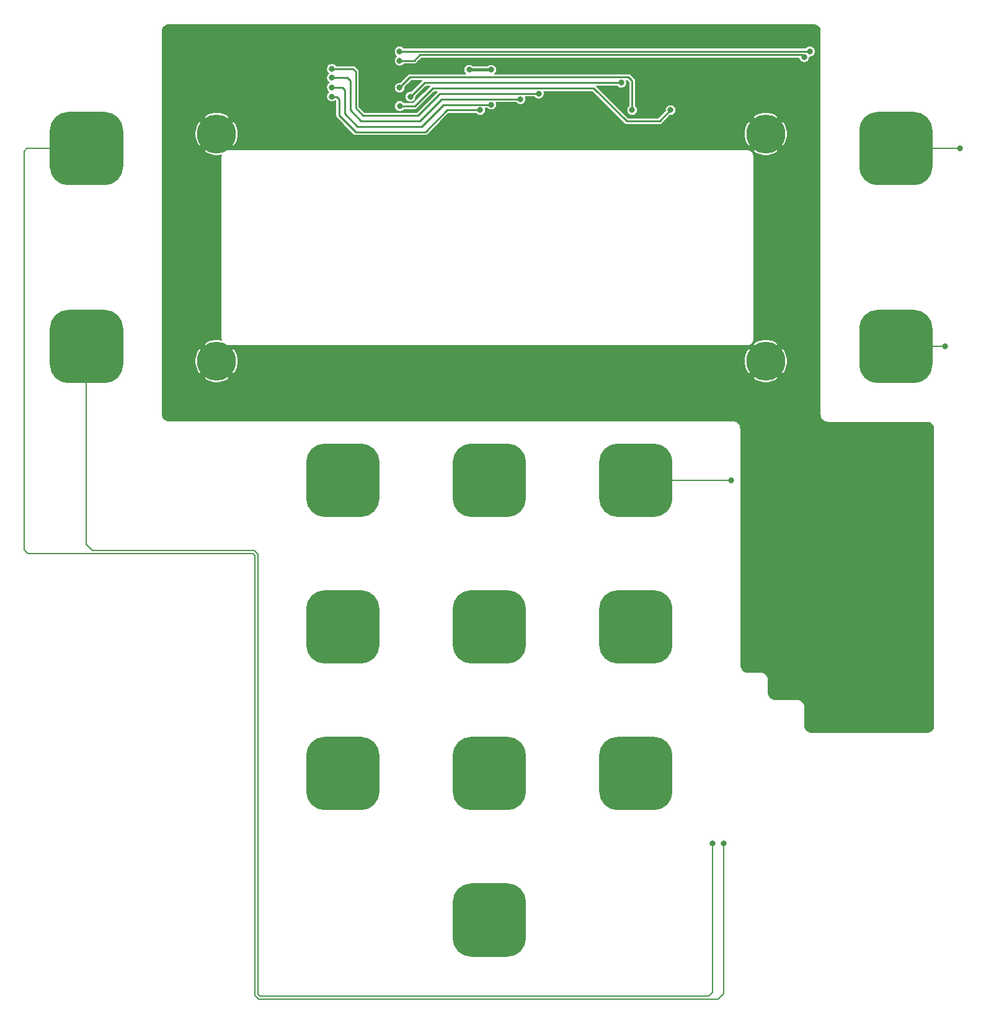
<source format=gbr>
G04 #@! TF.GenerationSoftware,KiCad,Pcbnew,(5.1.6)-1*
G04 #@! TF.CreationDate,2020-10-27T15:14:38-03:00*
G04 #@! TF.ProjectId,PanelFrontal,50616e65-6c46-4726-9f6e-74616c2e6b69,v1.0*
G04 #@! TF.SameCoordinates,Original*
G04 #@! TF.FileFunction,Copper,L2,Bot*
G04 #@! TF.FilePolarity,Positive*
%FSLAX46Y46*%
G04 Gerber Fmt 4.6, Leading zero omitted, Abs format (unit mm)*
G04 Created by KiCad (PCBNEW (5.1.6)-1) date 2020-10-27 15:14:38*
%MOMM*%
%LPD*%
G01*
G04 APERTURE LIST*
G04 #@! TA.AperFunction,ComponentPad*
%ADD10C,5.300000*%
G04 #@! TD*
G04 #@! TA.AperFunction,ViaPad*
%ADD11C,0.800000*%
G04 #@! TD*
G04 #@! TA.AperFunction,Conductor*
%ADD12C,0.400000*%
G04 #@! TD*
G04 #@! TA.AperFunction,Conductor*
%ADD13C,0.250000*%
G04 #@! TD*
G04 #@! TA.AperFunction,Conductor*
%ADD14C,0.200000*%
G04 #@! TD*
G04 APERTURE END LIST*
G04 #@! TA.AperFunction,Conductor*
G36*
G01*
X214500000Y-110250000D02*
X214500000Y-105250000D01*
G75*
G02*
X217000000Y-102750000I2500000J0D01*
G01*
X222000000Y-102750000D01*
G75*
G02*
X224500000Y-105250000I0J-2500000D01*
G01*
X224500000Y-110250000D01*
G75*
G02*
X222000000Y-112750000I-2500000J0D01*
G01*
X217000000Y-112750000D01*
G75*
G02*
X214500000Y-110250000I0J2500000D01*
G01*
G37*
G04 #@! TD.AperFunction*
G04 #@! TA.AperFunction,Conductor*
G36*
G01*
X214500000Y-83250000D02*
X214500000Y-78250000D01*
G75*
G02*
X217000000Y-75750000I2500000J0D01*
G01*
X222000000Y-75750000D01*
G75*
G02*
X224500000Y-78250000I0J-2500000D01*
G01*
X224500000Y-83250000D01*
G75*
G02*
X222000000Y-85750000I-2500000J0D01*
G01*
X217000000Y-85750000D01*
G75*
G02*
X214500000Y-83250000I0J2500000D01*
G01*
G37*
G04 #@! TD.AperFunction*
G04 #@! TA.AperFunction,Conductor*
G36*
G01*
X104000000Y-110250000D02*
X104000000Y-105250000D01*
G75*
G02*
X106500000Y-102750000I2500000J0D01*
G01*
X111500000Y-102750000D01*
G75*
G02*
X114000000Y-105250000I0J-2500000D01*
G01*
X114000000Y-110250000D01*
G75*
G02*
X111500000Y-112750000I-2500000J0D01*
G01*
X106500000Y-112750000D01*
G75*
G02*
X104000000Y-110250000I0J2500000D01*
G01*
G37*
G04 #@! TD.AperFunction*
G04 #@! TA.AperFunction,Conductor*
G36*
G01*
X104000000Y-83250000D02*
X104000000Y-78250000D01*
G75*
G02*
X106500000Y-75750000I2500000J0D01*
G01*
X111500000Y-75750000D01*
G75*
G02*
X114000000Y-78250000I0J-2500000D01*
G01*
X114000000Y-83250000D01*
G75*
G02*
X111500000Y-85750000I-2500000J0D01*
G01*
X106500000Y-85750000D01*
G75*
G02*
X104000000Y-83250000I0J2500000D01*
G01*
G37*
G04 #@! TD.AperFunction*
G04 #@! TA.AperFunction,Conductor*
G36*
G01*
X159000000Y-188500000D02*
X159000000Y-183500000D01*
G75*
G02*
X161500000Y-181000000I2500000J0D01*
G01*
X166500000Y-181000000D01*
G75*
G02*
X169000000Y-183500000I0J-2500000D01*
G01*
X169000000Y-188500000D01*
G75*
G02*
X166500000Y-191000000I-2500000J0D01*
G01*
X161500000Y-191000000D01*
G75*
G02*
X159000000Y-188500000I0J2500000D01*
G01*
G37*
G04 #@! TD.AperFunction*
G04 #@! TA.AperFunction,Conductor*
G36*
G01*
X139000000Y-168500000D02*
X139000000Y-163500000D01*
G75*
G02*
X141500000Y-161000000I2500000J0D01*
G01*
X146500000Y-161000000D01*
G75*
G02*
X149000000Y-163500000I0J-2500000D01*
G01*
X149000000Y-168500000D01*
G75*
G02*
X146500000Y-171000000I-2500000J0D01*
G01*
X141500000Y-171000000D01*
G75*
G02*
X139000000Y-168500000I0J2500000D01*
G01*
G37*
G04 #@! TD.AperFunction*
G04 #@! TA.AperFunction,Conductor*
G36*
G01*
X159000000Y-168500000D02*
X159000000Y-163500000D01*
G75*
G02*
X161500000Y-161000000I2500000J0D01*
G01*
X166500000Y-161000000D01*
G75*
G02*
X169000000Y-163500000I0J-2500000D01*
G01*
X169000000Y-168500000D01*
G75*
G02*
X166500000Y-171000000I-2500000J0D01*
G01*
X161500000Y-171000000D01*
G75*
G02*
X159000000Y-168500000I0J2500000D01*
G01*
G37*
G04 #@! TD.AperFunction*
G04 #@! TA.AperFunction,Conductor*
G36*
G01*
X179000000Y-168500000D02*
X179000000Y-163500000D01*
G75*
G02*
X181500000Y-161000000I2500000J0D01*
G01*
X186500000Y-161000000D01*
G75*
G02*
X189000000Y-163500000I0J-2500000D01*
G01*
X189000000Y-168500000D01*
G75*
G02*
X186500000Y-171000000I-2500000J0D01*
G01*
X181500000Y-171000000D01*
G75*
G02*
X179000000Y-168500000I0J2500000D01*
G01*
G37*
G04 #@! TD.AperFunction*
G04 #@! TA.AperFunction,Conductor*
G36*
G01*
X139000000Y-148500000D02*
X139000000Y-143500000D01*
G75*
G02*
X141500000Y-141000000I2500000J0D01*
G01*
X146500000Y-141000000D01*
G75*
G02*
X149000000Y-143500000I0J-2500000D01*
G01*
X149000000Y-148500000D01*
G75*
G02*
X146500000Y-151000000I-2500000J0D01*
G01*
X141500000Y-151000000D01*
G75*
G02*
X139000000Y-148500000I0J2500000D01*
G01*
G37*
G04 #@! TD.AperFunction*
G04 #@! TA.AperFunction,Conductor*
G36*
G01*
X159000000Y-148500000D02*
X159000000Y-143500000D01*
G75*
G02*
X161500000Y-141000000I2500000J0D01*
G01*
X166500000Y-141000000D01*
G75*
G02*
X169000000Y-143500000I0J-2500000D01*
G01*
X169000000Y-148500000D01*
G75*
G02*
X166500000Y-151000000I-2500000J0D01*
G01*
X161500000Y-151000000D01*
G75*
G02*
X159000000Y-148500000I0J2500000D01*
G01*
G37*
G04 #@! TD.AperFunction*
G04 #@! TA.AperFunction,Conductor*
G36*
G01*
X179000000Y-148500000D02*
X179000000Y-143500000D01*
G75*
G02*
X181500000Y-141000000I2500000J0D01*
G01*
X186500000Y-141000000D01*
G75*
G02*
X189000000Y-143500000I0J-2500000D01*
G01*
X189000000Y-148500000D01*
G75*
G02*
X186500000Y-151000000I-2500000J0D01*
G01*
X181500000Y-151000000D01*
G75*
G02*
X179000000Y-148500000I0J2500000D01*
G01*
G37*
G04 #@! TD.AperFunction*
G04 #@! TA.AperFunction,Conductor*
G36*
G01*
X139000000Y-128500000D02*
X139000000Y-123500000D01*
G75*
G02*
X141500000Y-121000000I2500000J0D01*
G01*
X146500000Y-121000000D01*
G75*
G02*
X149000000Y-123500000I0J-2500000D01*
G01*
X149000000Y-128500000D01*
G75*
G02*
X146500000Y-131000000I-2500000J0D01*
G01*
X141500000Y-131000000D01*
G75*
G02*
X139000000Y-128500000I0J2500000D01*
G01*
G37*
G04 #@! TD.AperFunction*
G04 #@! TA.AperFunction,Conductor*
G36*
G01*
X159000000Y-128500000D02*
X159000000Y-123500000D01*
G75*
G02*
X161500000Y-121000000I2500000J0D01*
G01*
X166500000Y-121000000D01*
G75*
G02*
X169000000Y-123500000I0J-2500000D01*
G01*
X169000000Y-128500000D01*
G75*
G02*
X166500000Y-131000000I-2500000J0D01*
G01*
X161500000Y-131000000D01*
G75*
G02*
X159000000Y-128500000I0J2500000D01*
G01*
G37*
G04 #@! TD.AperFunction*
G04 #@! TA.AperFunction,Conductor*
G36*
G01*
X179000000Y-128500000D02*
X179000000Y-123500000D01*
G75*
G02*
X181500000Y-121000000I2500000J0D01*
G01*
X186500000Y-121000000D01*
G75*
G02*
X189000000Y-123500000I0J-2500000D01*
G01*
X189000000Y-128500000D01*
G75*
G02*
X186500000Y-131000000I-2500000J0D01*
G01*
X181500000Y-131000000D01*
G75*
G02*
X179000000Y-128500000I0J2500000D01*
G01*
G37*
G04 #@! TD.AperFunction*
D10*
X201750000Y-109750000D03*
X201750000Y-78750000D03*
X126750000Y-109750000D03*
X126750000Y-78750000D03*
D11*
X216750000Y-145250000D03*
X201800000Y-127800000D03*
X161250000Y-70000000D03*
X164250000Y-70000000D03*
X162750000Y-75500000D03*
X142500000Y-73650000D03*
X168250000Y-74000000D03*
X142500000Y-71100000D03*
X183500000Y-75500000D03*
X151750000Y-72450000D03*
X188750000Y-75500000D03*
X151775000Y-74950000D03*
X142500000Y-72400000D03*
X164250000Y-74750000D03*
X170750000Y-73250000D03*
X142500000Y-69900000D03*
X182000000Y-71750000D03*
X153225000Y-73675002D03*
X151750000Y-68750000D03*
X206999990Y-68250000D03*
X151750000Y-67500000D03*
X207750000Y-67500000D03*
X164000000Y-186000000D03*
X197000000Y-126000000D03*
X164000000Y-126000000D03*
X144000000Y-126000000D03*
X184000000Y-146000000D03*
X164000000Y-146000000D03*
X144000000Y-146000000D03*
X184000000Y-166000000D03*
X164000000Y-166000000D03*
X144000000Y-166000000D03*
X228250000Y-80750000D03*
X226250000Y-107750000D03*
X194500000Y-175500000D03*
X196000000Y-175500000D03*
D12*
X161250000Y-70000000D02*
X164250000Y-70000000D01*
D13*
X145750000Y-78500000D02*
X143500000Y-76250000D01*
X162750000Y-75500000D02*
X158250000Y-75500000D01*
X155250000Y-78500000D02*
X145750000Y-78500000D01*
X143500000Y-74000000D02*
X143150000Y-73650000D01*
X158250000Y-75500000D02*
X155250000Y-78500000D01*
X143500000Y-76250000D02*
X143500000Y-74000000D01*
X143150000Y-73650000D02*
X142500000Y-73650000D01*
X146500000Y-77000000D02*
X145000000Y-75500000D01*
X157500000Y-74000000D02*
X154500000Y-77000000D01*
X154500000Y-77000000D02*
X146500000Y-77000000D01*
X145000000Y-75500000D02*
X145000000Y-71500000D01*
X168250000Y-74000000D02*
X157500000Y-74000000D01*
X145000000Y-71500000D02*
X144600000Y-71100000D01*
X144600000Y-71100000D02*
X142500000Y-71100000D01*
X183500000Y-71500000D02*
X183500000Y-75500000D01*
X151750000Y-72450000D02*
X153200000Y-71000000D01*
X183000000Y-71000000D02*
X183500000Y-71500000D01*
X153200000Y-71000000D02*
X183000000Y-71000000D01*
X178250000Y-72500000D02*
X156250000Y-72500000D01*
X182750000Y-77000000D02*
X178250000Y-72500000D01*
X188750000Y-75500000D02*
X187250000Y-77000000D01*
X156250000Y-72500000D02*
X153800000Y-74950000D01*
X187250000Y-77000000D02*
X182750000Y-77000000D01*
X152340685Y-74950000D02*
X151775000Y-74950000D01*
X153800000Y-74950000D02*
X152340685Y-74950000D01*
X157750000Y-74750000D02*
X154750000Y-77750000D01*
X154750000Y-77750000D02*
X146000000Y-77750000D01*
X144250000Y-76000000D02*
X144250000Y-72750000D01*
X164250000Y-74750000D02*
X157750000Y-74750000D01*
X146000000Y-77750000D02*
X144250000Y-76000000D01*
X144250000Y-72750000D02*
X143900000Y-72400000D01*
X143900000Y-72400000D02*
X142500000Y-72400000D01*
X170750000Y-73250000D02*
X157250000Y-73250000D01*
X154250000Y-76250000D02*
X146750000Y-76250000D01*
X145750000Y-70250000D02*
X145400000Y-69900000D01*
X157250000Y-73250000D02*
X154250000Y-76250000D01*
X146750000Y-76250000D02*
X145750000Y-75250000D01*
X145750000Y-75250000D02*
X145750000Y-70250000D01*
X145400000Y-69900000D02*
X142500000Y-69900000D01*
X155150002Y-71750000D02*
X153225000Y-73675002D01*
X182000000Y-71750000D02*
X155150002Y-71750000D01*
X206700000Y-67950010D02*
X206999990Y-68250000D01*
X154549990Y-67950010D02*
X206700000Y-67950010D01*
X151750000Y-68750000D02*
X153750000Y-68750000D01*
X153750000Y-68750000D02*
X154549990Y-67950010D01*
X151750000Y-67500000D02*
X207750000Y-67500000D01*
D14*
X197000000Y-126000000D02*
X184000000Y-126000000D01*
X228250000Y-80750000D02*
X219500000Y-80750000D01*
X226250000Y-107750000D02*
X219500000Y-107750000D01*
X131915689Y-135599990D02*
X109849990Y-135599990D01*
X194500000Y-175500000D02*
X194500000Y-195849990D01*
X194000000Y-196349990D02*
X132665688Y-196349990D01*
X109000000Y-134750000D02*
X109000000Y-107750000D01*
X132400010Y-136084311D02*
X131915689Y-135599990D01*
X194500000Y-195849990D02*
X194000000Y-196349990D01*
X132665688Y-196349990D02*
X132400010Y-196084312D01*
X109849990Y-135599990D02*
X109000000Y-134750000D01*
X132400010Y-196084312D02*
X132400010Y-136084311D01*
X100500000Y-135500000D02*
X100500000Y-81125000D01*
X101000000Y-136000000D02*
X100500000Y-135500000D01*
X100500000Y-81125000D02*
X100875000Y-80750000D01*
X131750000Y-136000000D02*
X101000000Y-136000000D01*
X100875000Y-80750000D02*
X109000000Y-80750000D01*
X195250000Y-196750000D02*
X132500000Y-196750000D01*
X132500000Y-196750000D02*
X132000000Y-196250000D01*
X132000000Y-196250000D02*
X132000000Y-136250000D01*
X196000000Y-196000000D02*
X195250000Y-196750000D01*
X196000000Y-175500000D02*
X196000000Y-196000000D01*
X132000000Y-136250000D02*
X131750000Y-136000000D01*
G36*
X208425485Y-63867768D02*
G01*
X208594229Y-63918955D01*
X208749745Y-64002080D01*
X208886054Y-64113946D01*
X208997920Y-64250255D01*
X209081045Y-64405771D01*
X209132232Y-64574515D01*
X209150000Y-64754908D01*
X209150000Y-117000000D01*
X209150482Y-117009802D01*
X209169697Y-117204892D01*
X209173521Y-117224118D01*
X209230426Y-117411711D01*
X209237928Y-117429823D01*
X209330338Y-117602710D01*
X209341229Y-117619009D01*
X209465592Y-117770546D01*
X209479454Y-117784408D01*
X209630991Y-117908771D01*
X209647290Y-117919662D01*
X209820177Y-118012072D01*
X209838289Y-118019574D01*
X210025882Y-118076479D01*
X210045108Y-118080303D01*
X210240198Y-118099518D01*
X210250000Y-118100000D01*
X223745092Y-118100000D01*
X223925485Y-118117768D01*
X224094229Y-118168955D01*
X224249745Y-118252080D01*
X224386054Y-118363946D01*
X224497920Y-118500255D01*
X224581045Y-118655771D01*
X224632232Y-118824515D01*
X224650000Y-119004908D01*
X224650000Y-159495092D01*
X224632232Y-159675485D01*
X224581045Y-159844229D01*
X224497920Y-159999745D01*
X224386054Y-160136054D01*
X224249745Y-160247920D01*
X224094229Y-160331045D01*
X223925485Y-160382232D01*
X223745092Y-160400000D01*
X208004908Y-160400000D01*
X207824515Y-160382232D01*
X207655771Y-160331045D01*
X207500255Y-160247920D01*
X207363946Y-160136054D01*
X207252080Y-159999745D01*
X207168955Y-159844229D01*
X207117768Y-159675485D01*
X207100000Y-159495092D01*
X207100000Y-157000000D01*
X207099518Y-156990198D01*
X207080303Y-156795108D01*
X207076479Y-156775882D01*
X207019574Y-156588289D01*
X207012072Y-156570177D01*
X206919662Y-156397290D01*
X206908771Y-156380991D01*
X206784408Y-156229454D01*
X206770546Y-156215592D01*
X206619009Y-156091229D01*
X206602710Y-156080338D01*
X206429823Y-155987928D01*
X206411711Y-155980426D01*
X206224118Y-155923521D01*
X206204892Y-155919697D01*
X206009802Y-155900482D01*
X206000000Y-155900000D01*
X203004908Y-155900000D01*
X202824515Y-155882232D01*
X202655771Y-155831045D01*
X202500255Y-155747920D01*
X202363946Y-155636054D01*
X202252080Y-155499745D01*
X202168955Y-155344229D01*
X202117768Y-155175485D01*
X202100000Y-154995092D01*
X202100000Y-153250000D01*
X202099518Y-153240198D01*
X202080303Y-153045108D01*
X202076479Y-153025882D01*
X202019574Y-152838289D01*
X202012072Y-152820177D01*
X201919662Y-152647290D01*
X201908771Y-152630991D01*
X201784408Y-152479454D01*
X201770546Y-152465592D01*
X201619009Y-152341229D01*
X201602710Y-152330338D01*
X201429823Y-152237928D01*
X201411711Y-152230426D01*
X201224118Y-152173521D01*
X201204892Y-152169697D01*
X201009802Y-152150482D01*
X201000000Y-152150000D01*
X199254908Y-152150000D01*
X199074515Y-152132232D01*
X198905771Y-152081045D01*
X198750255Y-151997920D01*
X198613946Y-151886054D01*
X198502080Y-151749745D01*
X198418955Y-151594229D01*
X198367768Y-151425485D01*
X198350000Y-151245092D01*
X198350000Y-119000000D01*
X198349518Y-118990198D01*
X198330303Y-118795108D01*
X198326479Y-118775882D01*
X198269574Y-118588289D01*
X198262072Y-118570177D01*
X198169662Y-118397290D01*
X198158771Y-118380991D01*
X198034408Y-118229454D01*
X198020546Y-118215592D01*
X197869009Y-118091229D01*
X197852710Y-118080338D01*
X197679823Y-117987928D01*
X197661711Y-117980426D01*
X197474118Y-117923521D01*
X197454892Y-117919697D01*
X197259802Y-117900482D01*
X197250000Y-117900000D01*
X120254908Y-117900000D01*
X120074515Y-117882232D01*
X119905771Y-117831045D01*
X119750255Y-117747920D01*
X119613946Y-117636054D01*
X119502080Y-117499745D01*
X119418955Y-117344229D01*
X119367768Y-117175485D01*
X119350000Y-116995092D01*
X119350000Y-112056194D01*
X125009491Y-112056194D01*
X125347186Y-112361328D01*
X125883586Y-112584828D01*
X126453282Y-112699387D01*
X127034380Y-112700602D01*
X127604549Y-112588428D01*
X128141879Y-112367173D01*
X128152814Y-112361328D01*
X128490509Y-112056194D01*
X200009491Y-112056194D01*
X200347186Y-112361328D01*
X200883586Y-112584828D01*
X201453282Y-112699387D01*
X202034380Y-112700602D01*
X202604549Y-112588428D01*
X203141879Y-112367173D01*
X203152814Y-112361328D01*
X203490509Y-112056194D01*
X201750000Y-110315685D01*
X200009491Y-112056194D01*
X128490509Y-112056194D01*
X126750000Y-110315685D01*
X125009491Y-112056194D01*
X119350000Y-112056194D01*
X119350000Y-110034380D01*
X123799398Y-110034380D01*
X123911572Y-110604549D01*
X124132827Y-111141879D01*
X124138672Y-111152814D01*
X124443806Y-111490509D01*
X126184315Y-109750000D01*
X127315685Y-109750000D01*
X129056194Y-111490509D01*
X129361328Y-111152814D01*
X129584828Y-110616414D01*
X129699387Y-110046718D01*
X129699412Y-110034380D01*
X198799398Y-110034380D01*
X198911572Y-110604549D01*
X199132827Y-111141879D01*
X199138672Y-111152814D01*
X199443806Y-111490509D01*
X201184315Y-109750000D01*
X202315685Y-109750000D01*
X204056194Y-111490509D01*
X204361328Y-111152814D01*
X204584828Y-110616414D01*
X204699387Y-110046718D01*
X204700602Y-109465620D01*
X204588428Y-108895451D01*
X204367173Y-108358121D01*
X204361328Y-108347186D01*
X204056194Y-108009491D01*
X202315685Y-109750000D01*
X201184315Y-109750000D01*
X199443806Y-108009491D01*
X199138672Y-108347186D01*
X198915172Y-108883586D01*
X198800613Y-109453282D01*
X198799398Y-110034380D01*
X129699412Y-110034380D01*
X129700602Y-109465620D01*
X129588428Y-108895451D01*
X129367173Y-108358121D01*
X129361328Y-108347186D01*
X129056194Y-108009491D01*
X127315685Y-109750000D01*
X126184315Y-109750000D01*
X124443806Y-108009491D01*
X124138672Y-108347186D01*
X123915172Y-108883586D01*
X123800613Y-109453282D01*
X123799398Y-110034380D01*
X119350000Y-110034380D01*
X119350000Y-81056194D01*
X125009491Y-81056194D01*
X125347186Y-81361328D01*
X125883586Y-81584828D01*
X126453282Y-81699387D01*
X127034380Y-81700602D01*
X127384805Y-81631660D01*
X127376790Y-81713408D01*
X127376790Y-81713416D01*
X127375001Y-81731581D01*
X127375000Y-106768418D01*
X127376577Y-106784433D01*
X127376556Y-106787477D01*
X127377066Y-106792689D01*
X127385049Y-106868647D01*
X127046718Y-106800613D01*
X126465620Y-106799398D01*
X125895451Y-106911572D01*
X125358121Y-107132827D01*
X125347186Y-107138672D01*
X125009491Y-107443806D01*
X126750000Y-109184315D01*
X128309315Y-107625000D01*
X199268419Y-107625000D01*
X199284434Y-107623423D01*
X199287477Y-107623444D01*
X199292689Y-107622934D01*
X199389737Y-107612734D01*
X199423081Y-107605889D01*
X199456416Y-107599530D01*
X199461429Y-107598017D01*
X199554648Y-107569162D01*
X199586016Y-107555976D01*
X199617495Y-107543257D01*
X199622119Y-107540799D01*
X199707956Y-107494387D01*
X199736143Y-107475374D01*
X199764573Y-107456770D01*
X199768631Y-107453461D01*
X199780301Y-107443806D01*
X200009491Y-107443806D01*
X201750000Y-109184315D01*
X203490509Y-107443806D01*
X203152814Y-107138672D01*
X202616414Y-106915172D01*
X202046718Y-106800613D01*
X201465620Y-106799398D01*
X200895451Y-106911572D01*
X200358121Y-107132827D01*
X200347186Y-107138672D01*
X200009491Y-107443806D01*
X199780301Y-107443806D01*
X199843819Y-107391259D01*
X199867741Y-107367169D01*
X199892049Y-107343365D01*
X199895387Y-107339330D01*
X199957063Y-107263709D01*
X199975856Y-107235424D01*
X199995077Y-107207352D01*
X199997567Y-107202746D01*
X200043379Y-107116585D01*
X200056326Y-107085174D01*
X200069719Y-107053925D01*
X200071267Y-107048923D01*
X200099472Y-106955505D01*
X200106072Y-106922176D01*
X200113141Y-106888916D01*
X200113688Y-106883709D01*
X200123210Y-106786592D01*
X200125000Y-106768419D01*
X200125000Y-81731581D01*
X200123423Y-81715566D01*
X200123444Y-81712523D01*
X200122934Y-81707312D01*
X200112734Y-81610263D01*
X200105889Y-81576919D01*
X200099530Y-81543584D01*
X200098017Y-81538571D01*
X200069161Y-81445352D01*
X200055994Y-81414030D01*
X200043257Y-81382504D01*
X200040799Y-81377881D01*
X199994386Y-81292043D01*
X199975380Y-81263866D01*
X199956770Y-81235427D01*
X199953461Y-81231369D01*
X199891259Y-81156180D01*
X199867097Y-81132187D01*
X199843364Y-81107951D01*
X199839330Y-81104613D01*
X199839327Y-81104610D01*
X199839323Y-81104608D01*
X199779964Y-81056194D01*
X200009491Y-81056194D01*
X200347186Y-81361328D01*
X200883586Y-81584828D01*
X201453282Y-81699387D01*
X202034380Y-81700602D01*
X202604549Y-81588428D01*
X203141879Y-81367173D01*
X203152814Y-81361328D01*
X203490509Y-81056194D01*
X201750000Y-79315685D01*
X200009491Y-81056194D01*
X199779964Y-81056194D01*
X199763709Y-81042937D01*
X199735424Y-81024144D01*
X199707352Y-81004923D01*
X199702746Y-81002433D01*
X199616585Y-80956621D01*
X199585174Y-80943674D01*
X199553925Y-80930281D01*
X199548923Y-80928733D01*
X199455505Y-80900528D01*
X199422191Y-80893931D01*
X199388917Y-80886859D01*
X199383715Y-80886313D01*
X199383712Y-80886312D01*
X199383709Y-80886312D01*
X199287069Y-80876837D01*
X199268419Y-80875000D01*
X128309315Y-80875000D01*
X126750000Y-79315685D01*
X125009491Y-81056194D01*
X119350000Y-81056194D01*
X119350000Y-79034380D01*
X123799398Y-79034380D01*
X123911572Y-79604549D01*
X124132827Y-80141879D01*
X124138672Y-80152814D01*
X124443806Y-80490509D01*
X126184315Y-78750000D01*
X127315685Y-78750000D01*
X129056194Y-80490509D01*
X129361328Y-80152814D01*
X129584828Y-79616414D01*
X129699387Y-79046718D01*
X129699412Y-79034380D01*
X198799398Y-79034380D01*
X198911572Y-79604549D01*
X199132827Y-80141879D01*
X199138672Y-80152814D01*
X199443806Y-80490509D01*
X201184315Y-78750000D01*
X202315685Y-78750000D01*
X204056194Y-80490509D01*
X204361328Y-80152814D01*
X204584828Y-79616414D01*
X204699387Y-79046718D01*
X204700602Y-78465620D01*
X204588428Y-77895451D01*
X204367173Y-77358121D01*
X204361328Y-77347186D01*
X204056194Y-77009491D01*
X202315685Y-78750000D01*
X201184315Y-78750000D01*
X199443806Y-77009491D01*
X199138672Y-77347186D01*
X198915172Y-77883586D01*
X198800613Y-78453282D01*
X198799398Y-79034380D01*
X129699412Y-79034380D01*
X129700602Y-78465620D01*
X129588428Y-77895451D01*
X129367173Y-77358121D01*
X129361328Y-77347186D01*
X129056194Y-77009491D01*
X127315685Y-78750000D01*
X126184315Y-78750000D01*
X124443806Y-77009491D01*
X124138672Y-77347186D01*
X123915172Y-77883586D01*
X123800613Y-78453282D01*
X123799398Y-79034380D01*
X119350000Y-79034380D01*
X119350000Y-76443806D01*
X125009491Y-76443806D01*
X126750000Y-78184315D01*
X128490509Y-76443806D01*
X128152814Y-76138672D01*
X127616414Y-75915172D01*
X127046718Y-75800613D01*
X126465620Y-75799398D01*
X125895451Y-75911572D01*
X125358121Y-76132827D01*
X125347186Y-76138672D01*
X125009491Y-76443806D01*
X119350000Y-76443806D01*
X119350000Y-69826131D01*
X141750000Y-69826131D01*
X141750000Y-69973869D01*
X141778822Y-70118767D01*
X141835359Y-70255258D01*
X141917437Y-70378097D01*
X142021903Y-70482563D01*
X142047999Y-70500000D01*
X142021903Y-70517437D01*
X141917437Y-70621903D01*
X141835359Y-70744742D01*
X141778822Y-70881233D01*
X141750000Y-71026131D01*
X141750000Y-71173869D01*
X141778822Y-71318767D01*
X141835359Y-71455258D01*
X141917437Y-71578097D01*
X142021903Y-71682563D01*
X142122830Y-71750000D01*
X142021903Y-71817437D01*
X141917437Y-71921903D01*
X141835359Y-72044742D01*
X141778822Y-72181233D01*
X141750000Y-72326131D01*
X141750000Y-72473869D01*
X141778822Y-72618767D01*
X141835359Y-72755258D01*
X141917437Y-72878097D01*
X142021903Y-72982563D01*
X142085415Y-73025000D01*
X142021903Y-73067437D01*
X141917437Y-73171903D01*
X141835359Y-73294742D01*
X141778822Y-73431233D01*
X141750000Y-73576131D01*
X141750000Y-73723869D01*
X141778822Y-73868767D01*
X141835359Y-74005258D01*
X141917437Y-74128097D01*
X142021903Y-74232563D01*
X142144742Y-74314641D01*
X142281233Y-74371178D01*
X142426131Y-74400000D01*
X142573869Y-74400000D01*
X142718767Y-74371178D01*
X142855258Y-74314641D01*
X142978097Y-74232563D01*
X143019454Y-74191206D01*
X143025001Y-74196752D01*
X143025000Y-76226667D01*
X143022702Y-76250000D01*
X143025000Y-76273331D01*
X143031873Y-76343115D01*
X143059034Y-76432653D01*
X143103141Y-76515173D01*
X143162499Y-76587501D01*
X143180634Y-76602384D01*
X145397625Y-78819377D01*
X145412499Y-78837501D01*
X145430621Y-78852373D01*
X145430622Y-78852374D01*
X145484827Y-78896859D01*
X145567346Y-78940966D01*
X145656884Y-78968127D01*
X145750000Y-78977298D01*
X145773332Y-78975000D01*
X155226668Y-78975000D01*
X155250000Y-78977298D01*
X155273332Y-78975000D01*
X155343116Y-78968127D01*
X155432654Y-78940966D01*
X155515173Y-78896859D01*
X155587501Y-78837501D01*
X155602384Y-78819366D01*
X158446752Y-75975000D01*
X162165368Y-75975000D01*
X162167437Y-75978097D01*
X162271903Y-76082563D01*
X162394742Y-76164641D01*
X162531233Y-76221178D01*
X162676131Y-76250000D01*
X162823869Y-76250000D01*
X162968767Y-76221178D01*
X163105258Y-76164641D01*
X163228097Y-76082563D01*
X163332563Y-75978097D01*
X163414641Y-75855258D01*
X163471178Y-75718767D01*
X163500000Y-75573869D01*
X163500000Y-75426131D01*
X163471178Y-75281233D01*
X163447885Y-75225000D01*
X163665368Y-75225000D01*
X163667437Y-75228097D01*
X163771903Y-75332563D01*
X163894742Y-75414641D01*
X164031233Y-75471178D01*
X164176131Y-75500000D01*
X164323869Y-75500000D01*
X164468767Y-75471178D01*
X164605258Y-75414641D01*
X164728097Y-75332563D01*
X164832563Y-75228097D01*
X164914641Y-75105258D01*
X164971178Y-74968767D01*
X165000000Y-74823869D01*
X165000000Y-74676131D01*
X164971178Y-74531233D01*
X164947885Y-74475000D01*
X167665368Y-74475000D01*
X167667437Y-74478097D01*
X167771903Y-74582563D01*
X167894742Y-74664641D01*
X168031233Y-74721178D01*
X168176131Y-74750000D01*
X168323869Y-74750000D01*
X168468767Y-74721178D01*
X168605258Y-74664641D01*
X168728097Y-74582563D01*
X168832563Y-74478097D01*
X168914641Y-74355258D01*
X168971178Y-74218767D01*
X169000000Y-74073869D01*
X169000000Y-73926131D01*
X168971178Y-73781233D01*
X168947885Y-73725000D01*
X170165368Y-73725000D01*
X170167437Y-73728097D01*
X170271903Y-73832563D01*
X170394742Y-73914641D01*
X170531233Y-73971178D01*
X170676131Y-74000000D01*
X170823869Y-74000000D01*
X170968767Y-73971178D01*
X171105258Y-73914641D01*
X171228097Y-73832563D01*
X171332563Y-73728097D01*
X171414641Y-73605258D01*
X171471178Y-73468767D01*
X171500000Y-73323869D01*
X171500000Y-73176131D01*
X171471178Y-73031233D01*
X171447885Y-72975000D01*
X178053250Y-72975000D01*
X182397621Y-77319372D01*
X182412499Y-77337501D01*
X182484827Y-77396859D01*
X182567346Y-77440966D01*
X182629722Y-77459888D01*
X182656883Y-77468127D01*
X182749999Y-77477298D01*
X182773332Y-77475000D01*
X187226668Y-77475000D01*
X187250000Y-77477298D01*
X187273332Y-77475000D01*
X187343116Y-77468127D01*
X187432654Y-77440966D01*
X187515173Y-77396859D01*
X187587501Y-77337501D01*
X187602384Y-77319366D01*
X188477944Y-76443806D01*
X200009491Y-76443806D01*
X201750000Y-78184315D01*
X203490509Y-76443806D01*
X203152814Y-76138672D01*
X202616414Y-75915172D01*
X202046718Y-75800613D01*
X201465620Y-75799398D01*
X200895451Y-75911572D01*
X200358121Y-76132827D01*
X200347186Y-76138672D01*
X200009491Y-76443806D01*
X188477944Y-76443806D01*
X188672477Y-76249273D01*
X188676131Y-76250000D01*
X188823869Y-76250000D01*
X188968767Y-76221178D01*
X189105258Y-76164641D01*
X189228097Y-76082563D01*
X189332563Y-75978097D01*
X189414641Y-75855258D01*
X189471178Y-75718767D01*
X189500000Y-75573869D01*
X189500000Y-75426131D01*
X189471178Y-75281233D01*
X189414641Y-75144742D01*
X189332563Y-75021903D01*
X189228097Y-74917437D01*
X189105258Y-74835359D01*
X188968767Y-74778822D01*
X188823869Y-74750000D01*
X188676131Y-74750000D01*
X188531233Y-74778822D01*
X188394742Y-74835359D01*
X188271903Y-74917437D01*
X188167437Y-75021903D01*
X188085359Y-75144742D01*
X188028822Y-75281233D01*
X188000000Y-75426131D01*
X188000000Y-75573869D01*
X188000727Y-75577523D01*
X187053250Y-76525000D01*
X182946751Y-76525000D01*
X178646750Y-72225000D01*
X181415368Y-72225000D01*
X181417437Y-72228097D01*
X181521903Y-72332563D01*
X181644742Y-72414641D01*
X181781233Y-72471178D01*
X181926131Y-72500000D01*
X182073869Y-72500000D01*
X182218767Y-72471178D01*
X182355258Y-72414641D01*
X182478097Y-72332563D01*
X182582563Y-72228097D01*
X182664641Y-72105258D01*
X182721178Y-71968767D01*
X182750000Y-71823869D01*
X182750000Y-71676131D01*
X182721178Y-71531233D01*
X182697885Y-71475000D01*
X182803249Y-71475000D01*
X183025000Y-71696751D01*
X183025001Y-74915367D01*
X183021903Y-74917437D01*
X182917437Y-75021903D01*
X182835359Y-75144742D01*
X182778822Y-75281233D01*
X182750000Y-75426131D01*
X182750000Y-75573869D01*
X182778822Y-75718767D01*
X182835359Y-75855258D01*
X182917437Y-75978097D01*
X183021903Y-76082563D01*
X183144742Y-76164641D01*
X183281233Y-76221178D01*
X183426131Y-76250000D01*
X183573869Y-76250000D01*
X183718767Y-76221178D01*
X183855258Y-76164641D01*
X183978097Y-76082563D01*
X184082563Y-75978097D01*
X184164641Y-75855258D01*
X184221178Y-75718767D01*
X184250000Y-75573869D01*
X184250000Y-75426131D01*
X184221178Y-75281233D01*
X184164641Y-75144742D01*
X184082563Y-75021903D01*
X183978097Y-74917437D01*
X183975000Y-74915368D01*
X183975000Y-71523332D01*
X183977298Y-71500000D01*
X183968127Y-71406884D01*
X183940966Y-71317345D01*
X183913079Y-71265173D01*
X183896859Y-71234827D01*
X183837501Y-71162499D01*
X183819376Y-71147625D01*
X183352383Y-70680633D01*
X183337501Y-70662499D01*
X183265173Y-70603141D01*
X183182654Y-70559034D01*
X183093116Y-70531873D01*
X183023332Y-70525000D01*
X183000000Y-70522702D01*
X182976668Y-70525000D01*
X164785660Y-70525000D01*
X164832563Y-70478097D01*
X164914641Y-70355258D01*
X164971178Y-70218767D01*
X165000000Y-70073869D01*
X165000000Y-69926131D01*
X164971178Y-69781233D01*
X164914641Y-69644742D01*
X164832563Y-69521903D01*
X164728097Y-69417437D01*
X164605258Y-69335359D01*
X164468767Y-69278822D01*
X164323869Y-69250000D01*
X164176131Y-69250000D01*
X164031233Y-69278822D01*
X163894742Y-69335359D01*
X163771903Y-69417437D01*
X163739340Y-69450000D01*
X161760660Y-69450000D01*
X161728097Y-69417437D01*
X161605258Y-69335359D01*
X161468767Y-69278822D01*
X161323869Y-69250000D01*
X161176131Y-69250000D01*
X161031233Y-69278822D01*
X160894742Y-69335359D01*
X160771903Y-69417437D01*
X160667437Y-69521903D01*
X160585359Y-69644742D01*
X160528822Y-69781233D01*
X160500000Y-69926131D01*
X160500000Y-70073869D01*
X160528822Y-70218767D01*
X160585359Y-70355258D01*
X160667437Y-70478097D01*
X160714340Y-70525000D01*
X153223332Y-70525000D01*
X153200000Y-70522702D01*
X153176668Y-70525000D01*
X153106884Y-70531873D01*
X153017346Y-70559034D01*
X152934827Y-70603141D01*
X152862499Y-70662499D01*
X152847625Y-70680623D01*
X151827523Y-71700727D01*
X151823869Y-71700000D01*
X151676131Y-71700000D01*
X151531233Y-71728822D01*
X151394742Y-71785359D01*
X151271903Y-71867437D01*
X151167437Y-71971903D01*
X151085359Y-72094742D01*
X151028822Y-72231233D01*
X151000000Y-72376131D01*
X151000000Y-72523869D01*
X151028822Y-72668767D01*
X151085359Y-72805258D01*
X151167437Y-72928097D01*
X151271903Y-73032563D01*
X151394742Y-73114641D01*
X151531233Y-73171178D01*
X151676131Y-73200000D01*
X151823869Y-73200000D01*
X151968767Y-73171178D01*
X152105258Y-73114641D01*
X152228097Y-73032563D01*
X152332563Y-72928097D01*
X152414641Y-72805258D01*
X152471178Y-72668767D01*
X152500000Y-72523869D01*
X152500000Y-72376131D01*
X152499273Y-72372477D01*
X153396752Y-71475000D01*
X154753251Y-71475000D01*
X153302523Y-72925729D01*
X153298869Y-72925002D01*
X153151131Y-72925002D01*
X153006233Y-72953824D01*
X152869742Y-73010361D01*
X152746903Y-73092439D01*
X152642437Y-73196905D01*
X152560359Y-73319744D01*
X152503822Y-73456235D01*
X152475000Y-73601133D01*
X152475000Y-73748871D01*
X152503822Y-73893769D01*
X152560359Y-74030260D01*
X152642437Y-74153099D01*
X152746903Y-74257565D01*
X152869742Y-74339643D01*
X153006233Y-74396180D01*
X153151131Y-74425002D01*
X153298869Y-74425002D01*
X153443767Y-74396180D01*
X153580258Y-74339643D01*
X153703097Y-74257565D01*
X153807563Y-74153099D01*
X153889641Y-74030260D01*
X153946178Y-73893769D01*
X153975000Y-73748871D01*
X153975000Y-73601133D01*
X153974273Y-73597479D01*
X155346753Y-72225000D01*
X155853249Y-72225000D01*
X153603250Y-74475000D01*
X152359632Y-74475000D01*
X152357563Y-74471903D01*
X152253097Y-74367437D01*
X152130258Y-74285359D01*
X151993767Y-74228822D01*
X151848869Y-74200000D01*
X151701131Y-74200000D01*
X151556233Y-74228822D01*
X151419742Y-74285359D01*
X151296903Y-74367437D01*
X151192437Y-74471903D01*
X151110359Y-74594742D01*
X151053822Y-74731233D01*
X151025000Y-74876131D01*
X151025000Y-75023869D01*
X151053822Y-75168767D01*
X151110359Y-75305258D01*
X151192437Y-75428097D01*
X151296903Y-75532563D01*
X151419742Y-75614641D01*
X151556233Y-75671178D01*
X151701131Y-75700000D01*
X151848869Y-75700000D01*
X151993767Y-75671178D01*
X152130258Y-75614641D01*
X152253097Y-75532563D01*
X152357563Y-75428097D01*
X152359632Y-75425000D01*
X153776668Y-75425000D01*
X153800000Y-75427298D01*
X153823332Y-75425000D01*
X153893116Y-75418127D01*
X153982654Y-75390966D01*
X154065173Y-75346859D01*
X154137501Y-75287501D01*
X154152384Y-75269366D01*
X156446751Y-72975000D01*
X156853248Y-72975000D01*
X154053250Y-75775000D01*
X146946752Y-75775000D01*
X146225000Y-75053250D01*
X146225000Y-70273332D01*
X146227298Y-70250000D01*
X146218127Y-70156884D01*
X146190966Y-70067346D01*
X146146859Y-69984827D01*
X146087501Y-69912499D01*
X146069376Y-69897624D01*
X145752383Y-69580633D01*
X145737501Y-69562499D01*
X145665173Y-69503141D01*
X145582654Y-69459034D01*
X145493116Y-69431873D01*
X145423332Y-69425000D01*
X145400000Y-69422702D01*
X145376668Y-69425000D01*
X143084632Y-69425000D01*
X143082563Y-69421903D01*
X142978097Y-69317437D01*
X142855258Y-69235359D01*
X142718767Y-69178822D01*
X142573869Y-69150000D01*
X142426131Y-69150000D01*
X142281233Y-69178822D01*
X142144742Y-69235359D01*
X142021903Y-69317437D01*
X141917437Y-69421903D01*
X141835359Y-69544742D01*
X141778822Y-69681233D01*
X141750000Y-69826131D01*
X119350000Y-69826131D01*
X119350000Y-67426131D01*
X151000000Y-67426131D01*
X151000000Y-67573869D01*
X151028822Y-67718767D01*
X151085359Y-67855258D01*
X151167437Y-67978097D01*
X151271903Y-68082563D01*
X151335415Y-68125000D01*
X151271903Y-68167437D01*
X151167437Y-68271903D01*
X151085359Y-68394742D01*
X151028822Y-68531233D01*
X151000000Y-68676131D01*
X151000000Y-68823869D01*
X151028822Y-68968767D01*
X151085359Y-69105258D01*
X151167437Y-69228097D01*
X151271903Y-69332563D01*
X151394742Y-69414641D01*
X151531233Y-69471178D01*
X151676131Y-69500000D01*
X151823869Y-69500000D01*
X151968767Y-69471178D01*
X152105258Y-69414641D01*
X152228097Y-69332563D01*
X152332563Y-69228097D01*
X152334632Y-69225000D01*
X153726668Y-69225000D01*
X153750000Y-69227298D01*
X153773332Y-69225000D01*
X153843116Y-69218127D01*
X153932654Y-69190966D01*
X154015173Y-69146859D01*
X154087501Y-69087501D01*
X154102384Y-69069366D01*
X154746742Y-68425010D01*
X206270108Y-68425010D01*
X206278812Y-68468767D01*
X206335349Y-68605258D01*
X206417427Y-68728097D01*
X206521893Y-68832563D01*
X206644732Y-68914641D01*
X206781223Y-68971178D01*
X206926121Y-69000000D01*
X207073859Y-69000000D01*
X207218757Y-68971178D01*
X207355248Y-68914641D01*
X207478087Y-68832563D01*
X207582553Y-68728097D01*
X207664631Y-68605258D01*
X207721168Y-68468767D01*
X207749990Y-68323869D01*
X207749990Y-68250000D01*
X207823869Y-68250000D01*
X207968767Y-68221178D01*
X208105258Y-68164641D01*
X208228097Y-68082563D01*
X208332563Y-67978097D01*
X208414641Y-67855258D01*
X208471178Y-67718767D01*
X208500000Y-67573869D01*
X208500000Y-67426131D01*
X208471178Y-67281233D01*
X208414641Y-67144742D01*
X208332563Y-67021903D01*
X208228097Y-66917437D01*
X208105258Y-66835359D01*
X207968767Y-66778822D01*
X207823869Y-66750000D01*
X207676131Y-66750000D01*
X207531233Y-66778822D01*
X207394742Y-66835359D01*
X207271903Y-66917437D01*
X207167437Y-67021903D01*
X207165368Y-67025000D01*
X152334632Y-67025000D01*
X152332563Y-67021903D01*
X152228097Y-66917437D01*
X152105258Y-66835359D01*
X151968767Y-66778822D01*
X151823869Y-66750000D01*
X151676131Y-66750000D01*
X151531233Y-66778822D01*
X151394742Y-66835359D01*
X151271903Y-66917437D01*
X151167437Y-67021903D01*
X151085359Y-67144742D01*
X151028822Y-67281233D01*
X151000000Y-67426131D01*
X119350000Y-67426131D01*
X119350000Y-64754908D01*
X119367768Y-64574515D01*
X119418955Y-64405771D01*
X119502080Y-64250255D01*
X119613946Y-64113946D01*
X119750255Y-64002080D01*
X119905771Y-63918955D01*
X120074515Y-63867768D01*
X120254908Y-63850000D01*
X208245092Y-63850000D01*
X208425485Y-63867768D01*
G37*
X208425485Y-63867768D02*
X208594229Y-63918955D01*
X208749745Y-64002080D01*
X208886054Y-64113946D01*
X208997920Y-64250255D01*
X209081045Y-64405771D01*
X209132232Y-64574515D01*
X209150000Y-64754908D01*
X209150000Y-117000000D01*
X209150482Y-117009802D01*
X209169697Y-117204892D01*
X209173521Y-117224118D01*
X209230426Y-117411711D01*
X209237928Y-117429823D01*
X209330338Y-117602710D01*
X209341229Y-117619009D01*
X209465592Y-117770546D01*
X209479454Y-117784408D01*
X209630991Y-117908771D01*
X209647290Y-117919662D01*
X209820177Y-118012072D01*
X209838289Y-118019574D01*
X210025882Y-118076479D01*
X210045108Y-118080303D01*
X210240198Y-118099518D01*
X210250000Y-118100000D01*
X223745092Y-118100000D01*
X223925485Y-118117768D01*
X224094229Y-118168955D01*
X224249745Y-118252080D01*
X224386054Y-118363946D01*
X224497920Y-118500255D01*
X224581045Y-118655771D01*
X224632232Y-118824515D01*
X224650000Y-119004908D01*
X224650000Y-159495092D01*
X224632232Y-159675485D01*
X224581045Y-159844229D01*
X224497920Y-159999745D01*
X224386054Y-160136054D01*
X224249745Y-160247920D01*
X224094229Y-160331045D01*
X223925485Y-160382232D01*
X223745092Y-160400000D01*
X208004908Y-160400000D01*
X207824515Y-160382232D01*
X207655771Y-160331045D01*
X207500255Y-160247920D01*
X207363946Y-160136054D01*
X207252080Y-159999745D01*
X207168955Y-159844229D01*
X207117768Y-159675485D01*
X207100000Y-159495092D01*
X207100000Y-157000000D01*
X207099518Y-156990198D01*
X207080303Y-156795108D01*
X207076479Y-156775882D01*
X207019574Y-156588289D01*
X207012072Y-156570177D01*
X206919662Y-156397290D01*
X206908771Y-156380991D01*
X206784408Y-156229454D01*
X206770546Y-156215592D01*
X206619009Y-156091229D01*
X206602710Y-156080338D01*
X206429823Y-155987928D01*
X206411711Y-155980426D01*
X206224118Y-155923521D01*
X206204892Y-155919697D01*
X206009802Y-155900482D01*
X206000000Y-155900000D01*
X203004908Y-155900000D01*
X202824515Y-155882232D01*
X202655771Y-155831045D01*
X202500255Y-155747920D01*
X202363946Y-155636054D01*
X202252080Y-155499745D01*
X202168955Y-155344229D01*
X202117768Y-155175485D01*
X202100000Y-154995092D01*
X202100000Y-153250000D01*
X202099518Y-153240198D01*
X202080303Y-153045108D01*
X202076479Y-153025882D01*
X202019574Y-152838289D01*
X202012072Y-152820177D01*
X201919662Y-152647290D01*
X201908771Y-152630991D01*
X201784408Y-152479454D01*
X201770546Y-152465592D01*
X201619009Y-152341229D01*
X201602710Y-152330338D01*
X201429823Y-152237928D01*
X201411711Y-152230426D01*
X201224118Y-152173521D01*
X201204892Y-152169697D01*
X201009802Y-152150482D01*
X201000000Y-152150000D01*
X199254908Y-152150000D01*
X199074515Y-152132232D01*
X198905771Y-152081045D01*
X198750255Y-151997920D01*
X198613946Y-151886054D01*
X198502080Y-151749745D01*
X198418955Y-151594229D01*
X198367768Y-151425485D01*
X198350000Y-151245092D01*
X198350000Y-119000000D01*
X198349518Y-118990198D01*
X198330303Y-118795108D01*
X198326479Y-118775882D01*
X198269574Y-118588289D01*
X198262072Y-118570177D01*
X198169662Y-118397290D01*
X198158771Y-118380991D01*
X198034408Y-118229454D01*
X198020546Y-118215592D01*
X197869009Y-118091229D01*
X197852710Y-118080338D01*
X197679823Y-117987928D01*
X197661711Y-117980426D01*
X197474118Y-117923521D01*
X197454892Y-117919697D01*
X197259802Y-117900482D01*
X197250000Y-117900000D01*
X120254908Y-117900000D01*
X120074515Y-117882232D01*
X119905771Y-117831045D01*
X119750255Y-117747920D01*
X119613946Y-117636054D01*
X119502080Y-117499745D01*
X119418955Y-117344229D01*
X119367768Y-117175485D01*
X119350000Y-116995092D01*
X119350000Y-112056194D01*
X125009491Y-112056194D01*
X125347186Y-112361328D01*
X125883586Y-112584828D01*
X126453282Y-112699387D01*
X127034380Y-112700602D01*
X127604549Y-112588428D01*
X128141879Y-112367173D01*
X128152814Y-112361328D01*
X128490509Y-112056194D01*
X200009491Y-112056194D01*
X200347186Y-112361328D01*
X200883586Y-112584828D01*
X201453282Y-112699387D01*
X202034380Y-112700602D01*
X202604549Y-112588428D01*
X203141879Y-112367173D01*
X203152814Y-112361328D01*
X203490509Y-112056194D01*
X201750000Y-110315685D01*
X200009491Y-112056194D01*
X128490509Y-112056194D01*
X126750000Y-110315685D01*
X125009491Y-112056194D01*
X119350000Y-112056194D01*
X119350000Y-110034380D01*
X123799398Y-110034380D01*
X123911572Y-110604549D01*
X124132827Y-111141879D01*
X124138672Y-111152814D01*
X124443806Y-111490509D01*
X126184315Y-109750000D01*
X127315685Y-109750000D01*
X129056194Y-111490509D01*
X129361328Y-111152814D01*
X129584828Y-110616414D01*
X129699387Y-110046718D01*
X129699412Y-110034380D01*
X198799398Y-110034380D01*
X198911572Y-110604549D01*
X199132827Y-111141879D01*
X199138672Y-111152814D01*
X199443806Y-111490509D01*
X201184315Y-109750000D01*
X202315685Y-109750000D01*
X204056194Y-111490509D01*
X204361328Y-111152814D01*
X204584828Y-110616414D01*
X204699387Y-110046718D01*
X204700602Y-109465620D01*
X204588428Y-108895451D01*
X204367173Y-108358121D01*
X204361328Y-108347186D01*
X204056194Y-108009491D01*
X202315685Y-109750000D01*
X201184315Y-109750000D01*
X199443806Y-108009491D01*
X199138672Y-108347186D01*
X198915172Y-108883586D01*
X198800613Y-109453282D01*
X198799398Y-110034380D01*
X129699412Y-110034380D01*
X129700602Y-109465620D01*
X129588428Y-108895451D01*
X129367173Y-108358121D01*
X129361328Y-108347186D01*
X129056194Y-108009491D01*
X127315685Y-109750000D01*
X126184315Y-109750000D01*
X124443806Y-108009491D01*
X124138672Y-108347186D01*
X123915172Y-108883586D01*
X123800613Y-109453282D01*
X123799398Y-110034380D01*
X119350000Y-110034380D01*
X119350000Y-81056194D01*
X125009491Y-81056194D01*
X125347186Y-81361328D01*
X125883586Y-81584828D01*
X126453282Y-81699387D01*
X127034380Y-81700602D01*
X127384805Y-81631660D01*
X127376790Y-81713408D01*
X127376790Y-81713416D01*
X127375001Y-81731581D01*
X127375000Y-106768418D01*
X127376577Y-106784433D01*
X127376556Y-106787477D01*
X127377066Y-106792689D01*
X127385049Y-106868647D01*
X127046718Y-106800613D01*
X126465620Y-106799398D01*
X125895451Y-106911572D01*
X125358121Y-107132827D01*
X125347186Y-107138672D01*
X125009491Y-107443806D01*
X126750000Y-109184315D01*
X128309315Y-107625000D01*
X199268419Y-107625000D01*
X199284434Y-107623423D01*
X199287477Y-107623444D01*
X199292689Y-107622934D01*
X199389737Y-107612734D01*
X199423081Y-107605889D01*
X199456416Y-107599530D01*
X199461429Y-107598017D01*
X199554648Y-107569162D01*
X199586016Y-107555976D01*
X199617495Y-107543257D01*
X199622119Y-107540799D01*
X199707956Y-107494387D01*
X199736143Y-107475374D01*
X199764573Y-107456770D01*
X199768631Y-107453461D01*
X199780301Y-107443806D01*
X200009491Y-107443806D01*
X201750000Y-109184315D01*
X203490509Y-107443806D01*
X203152814Y-107138672D01*
X202616414Y-106915172D01*
X202046718Y-106800613D01*
X201465620Y-106799398D01*
X200895451Y-106911572D01*
X200358121Y-107132827D01*
X200347186Y-107138672D01*
X200009491Y-107443806D01*
X199780301Y-107443806D01*
X199843819Y-107391259D01*
X199867741Y-107367169D01*
X199892049Y-107343365D01*
X199895387Y-107339330D01*
X199957063Y-107263709D01*
X199975856Y-107235424D01*
X199995077Y-107207352D01*
X199997567Y-107202746D01*
X200043379Y-107116585D01*
X200056326Y-107085174D01*
X200069719Y-107053925D01*
X200071267Y-107048923D01*
X200099472Y-106955505D01*
X200106072Y-106922176D01*
X200113141Y-106888916D01*
X200113688Y-106883709D01*
X200123210Y-106786592D01*
X200125000Y-106768419D01*
X200125000Y-81731581D01*
X200123423Y-81715566D01*
X200123444Y-81712523D01*
X200122934Y-81707312D01*
X200112734Y-81610263D01*
X200105889Y-81576919D01*
X200099530Y-81543584D01*
X200098017Y-81538571D01*
X200069161Y-81445352D01*
X200055994Y-81414030D01*
X200043257Y-81382504D01*
X200040799Y-81377881D01*
X199994386Y-81292043D01*
X199975380Y-81263866D01*
X199956770Y-81235427D01*
X199953461Y-81231369D01*
X199891259Y-81156180D01*
X199867097Y-81132187D01*
X199843364Y-81107951D01*
X199839330Y-81104613D01*
X199839327Y-81104610D01*
X199839323Y-81104608D01*
X199779964Y-81056194D01*
X200009491Y-81056194D01*
X200347186Y-81361328D01*
X200883586Y-81584828D01*
X201453282Y-81699387D01*
X202034380Y-81700602D01*
X202604549Y-81588428D01*
X203141879Y-81367173D01*
X203152814Y-81361328D01*
X203490509Y-81056194D01*
X201750000Y-79315685D01*
X200009491Y-81056194D01*
X199779964Y-81056194D01*
X199763709Y-81042937D01*
X199735424Y-81024144D01*
X199707352Y-81004923D01*
X199702746Y-81002433D01*
X199616585Y-80956621D01*
X199585174Y-80943674D01*
X199553925Y-80930281D01*
X199548923Y-80928733D01*
X199455505Y-80900528D01*
X199422191Y-80893931D01*
X199388917Y-80886859D01*
X199383715Y-80886313D01*
X199383712Y-80886312D01*
X199383709Y-80886312D01*
X199287069Y-80876837D01*
X199268419Y-80875000D01*
X128309315Y-80875000D01*
X126750000Y-79315685D01*
X125009491Y-81056194D01*
X119350000Y-81056194D01*
X119350000Y-79034380D01*
X123799398Y-79034380D01*
X123911572Y-79604549D01*
X124132827Y-80141879D01*
X124138672Y-80152814D01*
X124443806Y-80490509D01*
X126184315Y-78750000D01*
X127315685Y-78750000D01*
X129056194Y-80490509D01*
X129361328Y-80152814D01*
X129584828Y-79616414D01*
X129699387Y-79046718D01*
X129699412Y-79034380D01*
X198799398Y-79034380D01*
X198911572Y-79604549D01*
X199132827Y-80141879D01*
X199138672Y-80152814D01*
X199443806Y-80490509D01*
X201184315Y-78750000D01*
X202315685Y-78750000D01*
X204056194Y-80490509D01*
X204361328Y-80152814D01*
X204584828Y-79616414D01*
X204699387Y-79046718D01*
X204700602Y-78465620D01*
X204588428Y-77895451D01*
X204367173Y-77358121D01*
X204361328Y-77347186D01*
X204056194Y-77009491D01*
X202315685Y-78750000D01*
X201184315Y-78750000D01*
X199443806Y-77009491D01*
X199138672Y-77347186D01*
X198915172Y-77883586D01*
X198800613Y-78453282D01*
X198799398Y-79034380D01*
X129699412Y-79034380D01*
X129700602Y-78465620D01*
X129588428Y-77895451D01*
X129367173Y-77358121D01*
X129361328Y-77347186D01*
X129056194Y-77009491D01*
X127315685Y-78750000D01*
X126184315Y-78750000D01*
X124443806Y-77009491D01*
X124138672Y-77347186D01*
X123915172Y-77883586D01*
X123800613Y-78453282D01*
X123799398Y-79034380D01*
X119350000Y-79034380D01*
X119350000Y-76443806D01*
X125009491Y-76443806D01*
X126750000Y-78184315D01*
X128490509Y-76443806D01*
X128152814Y-76138672D01*
X127616414Y-75915172D01*
X127046718Y-75800613D01*
X126465620Y-75799398D01*
X125895451Y-75911572D01*
X125358121Y-76132827D01*
X125347186Y-76138672D01*
X125009491Y-76443806D01*
X119350000Y-76443806D01*
X119350000Y-69826131D01*
X141750000Y-69826131D01*
X141750000Y-69973869D01*
X141778822Y-70118767D01*
X141835359Y-70255258D01*
X141917437Y-70378097D01*
X142021903Y-70482563D01*
X142047999Y-70500000D01*
X142021903Y-70517437D01*
X141917437Y-70621903D01*
X141835359Y-70744742D01*
X141778822Y-70881233D01*
X141750000Y-71026131D01*
X141750000Y-71173869D01*
X141778822Y-71318767D01*
X141835359Y-71455258D01*
X141917437Y-71578097D01*
X142021903Y-71682563D01*
X142122830Y-71750000D01*
X142021903Y-71817437D01*
X141917437Y-71921903D01*
X141835359Y-72044742D01*
X141778822Y-72181233D01*
X141750000Y-72326131D01*
X141750000Y-72473869D01*
X141778822Y-72618767D01*
X141835359Y-72755258D01*
X141917437Y-72878097D01*
X142021903Y-72982563D01*
X142085415Y-73025000D01*
X142021903Y-73067437D01*
X141917437Y-73171903D01*
X141835359Y-73294742D01*
X141778822Y-73431233D01*
X141750000Y-73576131D01*
X141750000Y-73723869D01*
X141778822Y-73868767D01*
X141835359Y-74005258D01*
X141917437Y-74128097D01*
X142021903Y-74232563D01*
X142144742Y-74314641D01*
X142281233Y-74371178D01*
X142426131Y-74400000D01*
X142573869Y-74400000D01*
X142718767Y-74371178D01*
X142855258Y-74314641D01*
X142978097Y-74232563D01*
X143019454Y-74191206D01*
X143025001Y-74196752D01*
X143025000Y-76226667D01*
X143022702Y-76250000D01*
X143025000Y-76273331D01*
X143031873Y-76343115D01*
X143059034Y-76432653D01*
X143103141Y-76515173D01*
X143162499Y-76587501D01*
X143180634Y-76602384D01*
X145397625Y-78819377D01*
X145412499Y-78837501D01*
X145430621Y-78852373D01*
X145430622Y-78852374D01*
X145484827Y-78896859D01*
X145567346Y-78940966D01*
X145656884Y-78968127D01*
X145750000Y-78977298D01*
X145773332Y-78975000D01*
X155226668Y-78975000D01*
X155250000Y-78977298D01*
X155273332Y-78975000D01*
X155343116Y-78968127D01*
X155432654Y-78940966D01*
X155515173Y-78896859D01*
X155587501Y-78837501D01*
X155602384Y-78819366D01*
X158446752Y-75975000D01*
X162165368Y-75975000D01*
X162167437Y-75978097D01*
X162271903Y-76082563D01*
X162394742Y-76164641D01*
X162531233Y-76221178D01*
X162676131Y-76250000D01*
X162823869Y-76250000D01*
X162968767Y-76221178D01*
X163105258Y-76164641D01*
X163228097Y-76082563D01*
X163332563Y-75978097D01*
X163414641Y-75855258D01*
X163471178Y-75718767D01*
X163500000Y-75573869D01*
X163500000Y-75426131D01*
X163471178Y-75281233D01*
X163447885Y-75225000D01*
X163665368Y-75225000D01*
X163667437Y-75228097D01*
X163771903Y-75332563D01*
X163894742Y-75414641D01*
X164031233Y-75471178D01*
X164176131Y-75500000D01*
X164323869Y-75500000D01*
X164468767Y-75471178D01*
X164605258Y-75414641D01*
X164728097Y-75332563D01*
X164832563Y-75228097D01*
X164914641Y-75105258D01*
X164971178Y-74968767D01*
X165000000Y-74823869D01*
X165000000Y-74676131D01*
X164971178Y-74531233D01*
X164947885Y-74475000D01*
X167665368Y-74475000D01*
X167667437Y-74478097D01*
X167771903Y-74582563D01*
X167894742Y-74664641D01*
X168031233Y-74721178D01*
X168176131Y-74750000D01*
X168323869Y-74750000D01*
X168468767Y-74721178D01*
X168605258Y-74664641D01*
X168728097Y-74582563D01*
X168832563Y-74478097D01*
X168914641Y-74355258D01*
X168971178Y-74218767D01*
X169000000Y-74073869D01*
X169000000Y-73926131D01*
X168971178Y-73781233D01*
X168947885Y-73725000D01*
X170165368Y-73725000D01*
X170167437Y-73728097D01*
X170271903Y-73832563D01*
X170394742Y-73914641D01*
X170531233Y-73971178D01*
X170676131Y-74000000D01*
X170823869Y-74000000D01*
X170968767Y-73971178D01*
X171105258Y-73914641D01*
X171228097Y-73832563D01*
X171332563Y-73728097D01*
X171414641Y-73605258D01*
X171471178Y-73468767D01*
X171500000Y-73323869D01*
X171500000Y-73176131D01*
X171471178Y-73031233D01*
X171447885Y-72975000D01*
X178053250Y-72975000D01*
X182397621Y-77319372D01*
X182412499Y-77337501D01*
X182484827Y-77396859D01*
X182567346Y-77440966D01*
X182629722Y-77459888D01*
X182656883Y-77468127D01*
X182749999Y-77477298D01*
X182773332Y-77475000D01*
X187226668Y-77475000D01*
X187250000Y-77477298D01*
X187273332Y-77475000D01*
X187343116Y-77468127D01*
X187432654Y-77440966D01*
X187515173Y-77396859D01*
X187587501Y-77337501D01*
X187602384Y-77319366D01*
X188477944Y-76443806D01*
X200009491Y-76443806D01*
X201750000Y-78184315D01*
X203490509Y-76443806D01*
X203152814Y-76138672D01*
X202616414Y-75915172D01*
X202046718Y-75800613D01*
X201465620Y-75799398D01*
X200895451Y-75911572D01*
X200358121Y-76132827D01*
X200347186Y-76138672D01*
X200009491Y-76443806D01*
X188477944Y-76443806D01*
X188672477Y-76249273D01*
X188676131Y-76250000D01*
X188823869Y-76250000D01*
X188968767Y-76221178D01*
X189105258Y-76164641D01*
X189228097Y-76082563D01*
X189332563Y-75978097D01*
X189414641Y-75855258D01*
X189471178Y-75718767D01*
X189500000Y-75573869D01*
X189500000Y-75426131D01*
X189471178Y-75281233D01*
X189414641Y-75144742D01*
X189332563Y-75021903D01*
X189228097Y-74917437D01*
X189105258Y-74835359D01*
X188968767Y-74778822D01*
X188823869Y-74750000D01*
X188676131Y-74750000D01*
X188531233Y-74778822D01*
X188394742Y-74835359D01*
X188271903Y-74917437D01*
X188167437Y-75021903D01*
X188085359Y-75144742D01*
X188028822Y-75281233D01*
X188000000Y-75426131D01*
X188000000Y-75573869D01*
X188000727Y-75577523D01*
X187053250Y-76525000D01*
X182946751Y-76525000D01*
X178646750Y-72225000D01*
X181415368Y-72225000D01*
X181417437Y-72228097D01*
X181521903Y-72332563D01*
X181644742Y-72414641D01*
X181781233Y-72471178D01*
X181926131Y-72500000D01*
X182073869Y-72500000D01*
X182218767Y-72471178D01*
X182355258Y-72414641D01*
X182478097Y-72332563D01*
X182582563Y-72228097D01*
X182664641Y-72105258D01*
X182721178Y-71968767D01*
X182750000Y-71823869D01*
X182750000Y-71676131D01*
X182721178Y-71531233D01*
X182697885Y-71475000D01*
X182803249Y-71475000D01*
X183025000Y-71696751D01*
X183025001Y-74915367D01*
X183021903Y-74917437D01*
X182917437Y-75021903D01*
X182835359Y-75144742D01*
X182778822Y-75281233D01*
X182750000Y-75426131D01*
X182750000Y-75573869D01*
X182778822Y-75718767D01*
X182835359Y-75855258D01*
X182917437Y-75978097D01*
X183021903Y-76082563D01*
X183144742Y-76164641D01*
X183281233Y-76221178D01*
X183426131Y-76250000D01*
X183573869Y-76250000D01*
X183718767Y-76221178D01*
X183855258Y-76164641D01*
X183978097Y-76082563D01*
X184082563Y-75978097D01*
X184164641Y-75855258D01*
X184221178Y-75718767D01*
X184250000Y-75573869D01*
X184250000Y-75426131D01*
X184221178Y-75281233D01*
X184164641Y-75144742D01*
X184082563Y-75021903D01*
X183978097Y-74917437D01*
X183975000Y-74915368D01*
X183975000Y-71523332D01*
X183977298Y-71500000D01*
X183968127Y-71406884D01*
X183940966Y-71317345D01*
X183913079Y-71265173D01*
X183896859Y-71234827D01*
X183837501Y-71162499D01*
X183819376Y-71147625D01*
X183352383Y-70680633D01*
X183337501Y-70662499D01*
X183265173Y-70603141D01*
X183182654Y-70559034D01*
X183093116Y-70531873D01*
X183023332Y-70525000D01*
X183000000Y-70522702D01*
X182976668Y-70525000D01*
X164785660Y-70525000D01*
X164832563Y-70478097D01*
X164914641Y-70355258D01*
X164971178Y-70218767D01*
X165000000Y-70073869D01*
X165000000Y-69926131D01*
X164971178Y-69781233D01*
X164914641Y-69644742D01*
X164832563Y-69521903D01*
X164728097Y-69417437D01*
X164605258Y-69335359D01*
X164468767Y-69278822D01*
X164323869Y-69250000D01*
X164176131Y-69250000D01*
X164031233Y-69278822D01*
X163894742Y-69335359D01*
X163771903Y-69417437D01*
X163739340Y-69450000D01*
X161760660Y-69450000D01*
X161728097Y-69417437D01*
X161605258Y-69335359D01*
X161468767Y-69278822D01*
X161323869Y-69250000D01*
X161176131Y-69250000D01*
X161031233Y-69278822D01*
X160894742Y-69335359D01*
X160771903Y-69417437D01*
X160667437Y-69521903D01*
X160585359Y-69644742D01*
X160528822Y-69781233D01*
X160500000Y-69926131D01*
X160500000Y-70073869D01*
X160528822Y-70218767D01*
X160585359Y-70355258D01*
X160667437Y-70478097D01*
X160714340Y-70525000D01*
X153223332Y-70525000D01*
X153200000Y-70522702D01*
X153176668Y-70525000D01*
X153106884Y-70531873D01*
X153017346Y-70559034D01*
X152934827Y-70603141D01*
X152862499Y-70662499D01*
X152847625Y-70680623D01*
X151827523Y-71700727D01*
X151823869Y-71700000D01*
X151676131Y-71700000D01*
X151531233Y-71728822D01*
X151394742Y-71785359D01*
X151271903Y-71867437D01*
X151167437Y-71971903D01*
X151085359Y-72094742D01*
X151028822Y-72231233D01*
X151000000Y-72376131D01*
X151000000Y-72523869D01*
X151028822Y-72668767D01*
X151085359Y-72805258D01*
X151167437Y-72928097D01*
X151271903Y-73032563D01*
X151394742Y-73114641D01*
X151531233Y-73171178D01*
X151676131Y-73200000D01*
X151823869Y-73200000D01*
X151968767Y-73171178D01*
X152105258Y-73114641D01*
X152228097Y-73032563D01*
X152332563Y-72928097D01*
X152414641Y-72805258D01*
X152471178Y-72668767D01*
X152500000Y-72523869D01*
X152500000Y-72376131D01*
X152499273Y-72372477D01*
X153396752Y-71475000D01*
X154753251Y-71475000D01*
X153302523Y-72925729D01*
X153298869Y-72925002D01*
X153151131Y-72925002D01*
X153006233Y-72953824D01*
X152869742Y-73010361D01*
X152746903Y-73092439D01*
X152642437Y-73196905D01*
X152560359Y-73319744D01*
X152503822Y-73456235D01*
X152475000Y-73601133D01*
X152475000Y-73748871D01*
X152503822Y-73893769D01*
X152560359Y-74030260D01*
X152642437Y-74153099D01*
X152746903Y-74257565D01*
X152869742Y-74339643D01*
X153006233Y-74396180D01*
X153151131Y-74425002D01*
X153298869Y-74425002D01*
X153443767Y-74396180D01*
X153580258Y-74339643D01*
X153703097Y-74257565D01*
X153807563Y-74153099D01*
X153889641Y-74030260D01*
X153946178Y-73893769D01*
X153975000Y-73748871D01*
X153975000Y-73601133D01*
X153974273Y-73597479D01*
X155346753Y-72225000D01*
X155853249Y-72225000D01*
X153603250Y-74475000D01*
X152359632Y-74475000D01*
X152357563Y-74471903D01*
X152253097Y-74367437D01*
X152130258Y-74285359D01*
X151993767Y-74228822D01*
X151848869Y-74200000D01*
X151701131Y-74200000D01*
X151556233Y-74228822D01*
X151419742Y-74285359D01*
X151296903Y-74367437D01*
X151192437Y-74471903D01*
X151110359Y-74594742D01*
X151053822Y-74731233D01*
X151025000Y-74876131D01*
X151025000Y-75023869D01*
X151053822Y-75168767D01*
X151110359Y-75305258D01*
X151192437Y-75428097D01*
X151296903Y-75532563D01*
X151419742Y-75614641D01*
X151556233Y-75671178D01*
X151701131Y-75700000D01*
X151848869Y-75700000D01*
X151993767Y-75671178D01*
X152130258Y-75614641D01*
X152253097Y-75532563D01*
X152357563Y-75428097D01*
X152359632Y-75425000D01*
X153776668Y-75425000D01*
X153800000Y-75427298D01*
X153823332Y-75425000D01*
X153893116Y-75418127D01*
X153982654Y-75390966D01*
X154065173Y-75346859D01*
X154137501Y-75287501D01*
X154152384Y-75269366D01*
X156446751Y-72975000D01*
X156853248Y-72975000D01*
X154053250Y-75775000D01*
X146946752Y-75775000D01*
X146225000Y-75053250D01*
X146225000Y-70273332D01*
X146227298Y-70250000D01*
X146218127Y-70156884D01*
X146190966Y-70067346D01*
X146146859Y-69984827D01*
X146087501Y-69912499D01*
X146069376Y-69897624D01*
X145752383Y-69580633D01*
X145737501Y-69562499D01*
X145665173Y-69503141D01*
X145582654Y-69459034D01*
X145493116Y-69431873D01*
X145423332Y-69425000D01*
X145400000Y-69422702D01*
X145376668Y-69425000D01*
X143084632Y-69425000D01*
X143082563Y-69421903D01*
X142978097Y-69317437D01*
X142855258Y-69235359D01*
X142718767Y-69178822D01*
X142573869Y-69150000D01*
X142426131Y-69150000D01*
X142281233Y-69178822D01*
X142144742Y-69235359D01*
X142021903Y-69317437D01*
X141917437Y-69421903D01*
X141835359Y-69544742D01*
X141778822Y-69681233D01*
X141750000Y-69826131D01*
X119350000Y-69826131D01*
X119350000Y-67426131D01*
X151000000Y-67426131D01*
X151000000Y-67573869D01*
X151028822Y-67718767D01*
X151085359Y-67855258D01*
X151167437Y-67978097D01*
X151271903Y-68082563D01*
X151335415Y-68125000D01*
X151271903Y-68167437D01*
X151167437Y-68271903D01*
X151085359Y-68394742D01*
X151028822Y-68531233D01*
X151000000Y-68676131D01*
X151000000Y-68823869D01*
X151028822Y-68968767D01*
X151085359Y-69105258D01*
X151167437Y-69228097D01*
X151271903Y-69332563D01*
X151394742Y-69414641D01*
X151531233Y-69471178D01*
X151676131Y-69500000D01*
X151823869Y-69500000D01*
X151968767Y-69471178D01*
X152105258Y-69414641D01*
X152228097Y-69332563D01*
X152332563Y-69228097D01*
X152334632Y-69225000D01*
X153726668Y-69225000D01*
X153750000Y-69227298D01*
X153773332Y-69225000D01*
X153843116Y-69218127D01*
X153932654Y-69190966D01*
X154015173Y-69146859D01*
X154087501Y-69087501D01*
X154102384Y-69069366D01*
X154746742Y-68425010D01*
X206270108Y-68425010D01*
X206278812Y-68468767D01*
X206335349Y-68605258D01*
X206417427Y-68728097D01*
X206521893Y-68832563D01*
X206644732Y-68914641D01*
X206781223Y-68971178D01*
X206926121Y-69000000D01*
X207073859Y-69000000D01*
X207218757Y-68971178D01*
X207355248Y-68914641D01*
X207478087Y-68832563D01*
X207582553Y-68728097D01*
X207664631Y-68605258D01*
X207721168Y-68468767D01*
X207749990Y-68323869D01*
X207749990Y-68250000D01*
X207823869Y-68250000D01*
X207968767Y-68221178D01*
X208105258Y-68164641D01*
X208228097Y-68082563D01*
X208332563Y-67978097D01*
X208414641Y-67855258D01*
X208471178Y-67718767D01*
X208500000Y-67573869D01*
X208500000Y-67426131D01*
X208471178Y-67281233D01*
X208414641Y-67144742D01*
X208332563Y-67021903D01*
X208228097Y-66917437D01*
X208105258Y-66835359D01*
X207968767Y-66778822D01*
X207823869Y-66750000D01*
X207676131Y-66750000D01*
X207531233Y-66778822D01*
X207394742Y-66835359D01*
X207271903Y-66917437D01*
X207167437Y-67021903D01*
X207165368Y-67025000D01*
X152334632Y-67025000D01*
X152332563Y-67021903D01*
X152228097Y-66917437D01*
X152105258Y-66835359D01*
X151968767Y-66778822D01*
X151823869Y-66750000D01*
X151676131Y-66750000D01*
X151531233Y-66778822D01*
X151394742Y-66835359D01*
X151271903Y-66917437D01*
X151167437Y-67021903D01*
X151085359Y-67144742D01*
X151028822Y-67281233D01*
X151000000Y-67426131D01*
X119350000Y-67426131D01*
X119350000Y-64754908D01*
X119367768Y-64574515D01*
X119418955Y-64405771D01*
X119502080Y-64250255D01*
X119613946Y-64113946D01*
X119750255Y-64002080D01*
X119905771Y-63918955D01*
X120074515Y-63867768D01*
X120254908Y-63850000D01*
X208245092Y-63850000D01*
X208425485Y-63867768D01*
M02*

</source>
